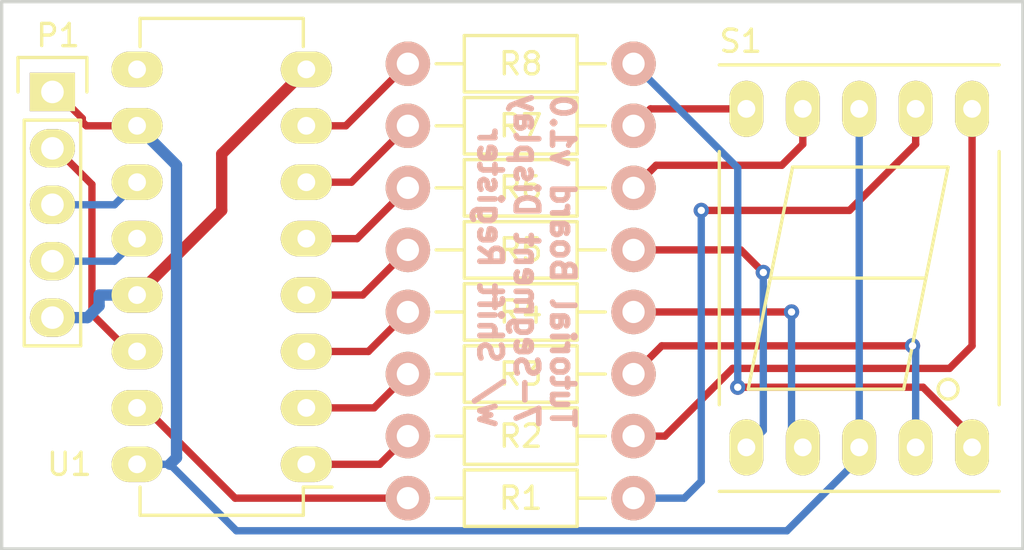
<source format=kicad_pcb>
(kicad_pcb (version 20171130) (host pcbnew "(5.1.12)-1")

  (general
    (thickness 1.6)
    (drawings 5)
    (tracks 85)
    (zones 0)
    (modules 11)
    (nets 23)
  )

  (page A4)
  (layers
    (0 F.Cu signal)
    (31 B.Cu signal)
    (34 B.Paste user)
    (35 F.Paste user)
    (36 B.SilkS user)
    (37 F.SilkS user)
    (38 B.Mask user)
    (39 F.Mask user)
    (41 Cmts.User user)
    (44 Edge.Cuts user)
  )

  (setup
    (last_trace_width 0.3302)
    (user_trace_width 0.1524)
    (user_trace_width 0.254)
    (user_trace_width 0.3302)
    (user_trace_width 0.508)
    (user_trace_width 0.762)
    (trace_clearance 0.254)
    (zone_clearance 0.508)
    (zone_45_only no)
    (trace_min 0.1524)
    (via_size 0.6858)
    (via_drill 0.3302)
    (via_min_size 0.6858)
    (via_min_drill 0.3302)
    (user_via 0.6858 0.3302)
    (user_via 0.7366 0.381)
    (user_via 0.8636 0.508)
    (uvia_size 0.762)
    (uvia_drill 0.508)
    (uvias_allowed no)
    (uvia_min_size 0)
    (uvia_min_drill 0)
    (edge_width 0.15)
    (segment_width 0.2)
    (pcb_text_width 0.3)
    (pcb_text_size 1.5 1.5)
    (mod_edge_width 0.15)
    (mod_text_size 1 1)
    (mod_text_width 0.15)
    (pad_size 1.524 1.524)
    (pad_drill 0.762)
    (pad_to_mask_clearance 0.2)
    (aux_axis_origin 0 0)
    (visible_elements 7FFFFFFF)
    (pcbplotparams
      (layerselection 0x010f0_80000001)
      (usegerberextensions true)
      (usegerberattributes true)
      (usegerberadvancedattributes true)
      (creategerberjobfile true)
      (excludeedgelayer true)
      (linewidth 0.100000)
      (plotframeref false)
      (viasonmask false)
      (mode 1)
      (useauxorigin false)
      (hpglpennumber 1)
      (hpglpenspeed 20)
      (hpglpendiameter 15.000000)
      (psnegative false)
      (psa4output false)
      (plotreference true)
      (plotvalue true)
      (plotinvisibletext false)
      (padsonsilk false)
      (subtractmaskfromsilk false)
      (outputformat 1)
      (mirror false)
      (drillshape 0)
      (scaleselection 1)
      (outputdirectory "gerbers/"))
  )

  (net 0 "")
  (net 1 VCC)
  (net 2 /LATCH)
  (net 3 /DATA)
  (net 4 /CLOCK)
  (net 5 GND)
  (net 6 /A)
  (net 7 /QA)
  (net 8 /B)
  (net 9 /QB)
  (net 10 /C)
  (net 11 /QC)
  (net 12 /D)
  (net 13 /QD)
  (net 14 /E)
  (net 15 /QE)
  (net 16 /F)
  (net 17 /QF)
  (net 18 /G)
  (net 19 /QG)
  (net 20 /H)
  (net 21 /QH)
  (net 22 "Net-(U1-Pad9)")

  (net_class Default "This is the default net class."
    (clearance 0.254)
    (trace_width 0.3302)
    (via_dia 0.6858)
    (via_drill 0.3302)
    (uvia_dia 0.762)
    (uvia_drill 0.508)
    (add_net /A)
    (add_net /B)
    (add_net /C)
    (add_net /CLOCK)
    (add_net /D)
    (add_net /DATA)
    (add_net /E)
    (add_net /F)
    (add_net /G)
    (add_net /H)
    (add_net /LATCH)
    (add_net /QA)
    (add_net /QB)
    (add_net /QC)
    (add_net /QD)
    (add_net /QE)
    (add_net /QF)
    (add_net /QG)
    (add_net /QH)
    (add_net "Net-(U1-Pad9)")
  )

  (net_class Power ""
    (clearance 0.3048)
    (trace_width 0.508)
    (via_dia 0.762)
    (via_drill 0.4064)
    (uvia_dia 0.762)
    (uvia_drill 0.508)
    (add_net GND)
    (add_net VCC)
  )

  (module Pin_Headers:Pin_Header_Straight_1x05 (layer F.Cu) (tedit 54EA0684) (tstamp 565E31A1)
    (at 155.448 117.348)
    (descr "Through hole pin header")
    (tags "pin header")
    (path /565E229A)
    (fp_text reference P1 (at 0.254 -2.54) (layer F.SilkS)
      (effects (font (size 1 1) (thickness 0.15)))
    )
    (fp_text value CONN_01X05 (at 0 -3.1) (layer F.Fab)
      (effects (font (size 1 1) (thickness 0.15)))
    )
    (fp_line (start 1.27 1.27) (end -1.27 1.27) (layer F.SilkS) (width 0.15))
    (fp_line (start -1.27 11.43) (end -1.27 1.27) (layer F.SilkS) (width 0.15))
    (fp_line (start 1.27 11.43) (end -1.27 11.43) (layer F.SilkS) (width 0.15))
    (fp_line (start 1.27 1.27) (end 1.27 11.43) (layer F.SilkS) (width 0.15))
    (fp_line (start -1.75 11.95) (end 1.75 11.95) (layer F.CrtYd) (width 0.05))
    (fp_line (start -1.75 -1.75) (end 1.75 -1.75) (layer F.CrtYd) (width 0.05))
    (fp_line (start 1.75 -1.75) (end 1.75 11.95) (layer F.CrtYd) (width 0.05))
    (fp_line (start -1.75 -1.75) (end -1.75 11.95) (layer F.CrtYd) (width 0.05))
    (fp_line (start 1.55 -1.55) (end 1.55 0) (layer F.SilkS) (width 0.15))
    (fp_line (start -1.55 -1.55) (end 1.55 -1.55) (layer F.SilkS) (width 0.15))
    (fp_line (start -1.55 0) (end -1.55 -1.55) (layer F.SilkS) (width 0.15))
    (pad 1 thru_hole rect (at 0 0) (size 2.032 1.7272) (drill 1.016) (layers *.Cu *.Mask F.SilkS)
      (net 1 VCC))
    (pad 2 thru_hole oval (at 0 2.54) (size 2.032 1.7272) (drill 1.016) (layers *.Cu *.Mask F.SilkS)
      (net 2 /LATCH))
    (pad 3 thru_hole oval (at 0 5.08) (size 2.032 1.7272) (drill 1.016) (layers *.Cu *.Mask F.SilkS)
      (net 3 /DATA))
    (pad 4 thru_hole oval (at 0 7.62) (size 2.032 1.7272) (drill 1.016) (layers *.Cu *.Mask F.SilkS)
      (net 4 /CLOCK))
    (pad 5 thru_hole oval (at 0 10.16) (size 2.032 1.7272) (drill 1.016) (layers *.Cu *.Mask F.SilkS)
      (net 5 GND))
    (model Pin_Headers.3dshapes/Pin_Header_Straight_1x05.wrl
      (offset (xyz 0 -5.079999923706055 0))
      (scale (xyz 1 1 1))
      (rotate (xyz 0 0 90))
    )
  )

  (module Resistors_ThroughHole:Resistor_Horizontal_RM10mm (layer F.Cu) (tedit 53F56209) (tstamp 565E31A7)
    (at 176.53 135.636 180)
    (descr "Resistor, Axial,  RM 10mm, 1/3W,")
    (tags "Resistor, Axial, RM 10mm, 1/3W,")
    (path /565E2758)
    (fp_text reference R1 (at 0 0 180) (layer F.SilkS)
      (effects (font (size 1 1) (thickness 0.15)))
    )
    (fp_text value 220 (at 3.81 3.81 180) (layer F.Fab)
      (effects (font (size 1 1) (thickness 0.15)))
    )
    (fp_line (start 2.54 0) (end 3.81 0) (layer F.SilkS) (width 0.15))
    (fp_line (start -2.54 0) (end -3.81 0) (layer F.SilkS) (width 0.15))
    (fp_line (start -2.54 1.27) (end -2.54 -1.27) (layer F.SilkS) (width 0.15))
    (fp_line (start 2.54 1.27) (end -2.54 1.27) (layer F.SilkS) (width 0.15))
    (fp_line (start 2.54 -1.27) (end 2.54 1.27) (layer F.SilkS) (width 0.15))
    (fp_line (start -2.54 -1.27) (end 2.54 -1.27) (layer F.SilkS) (width 0.15))
    (pad 1 thru_hole circle (at -5.08 0 180) (size 1.99898 1.99898) (drill 1.00076) (layers *.Cu *.SilkS *.Mask)
      (net 6 /A))
    (pad 2 thru_hole circle (at 5.08 0 180) (size 1.99898 1.99898) (drill 1.00076) (layers *.Cu *.SilkS *.Mask)
      (net 7 /QA))
    (model Resistors_ThroughHole.3dshapes/Resistor_Horizontal_RM10mm.wrl
      (at (xyz 0 0 0))
      (scale (xyz 0.4 0.4 0.4))
      (rotate (xyz 0 0 0))
    )
  )

  (module Resistors_ThroughHole:Resistor_Horizontal_RM10mm (layer F.Cu) (tedit 53F56209) (tstamp 565E31AD)
    (at 176.53 132.842 180)
    (descr "Resistor, Axial,  RM 10mm, 1/3W,")
    (tags "Resistor, Axial, RM 10mm, 1/3W,")
    (path /565E27FD)
    (fp_text reference R2 (at 0 0 180) (layer F.SilkS)
      (effects (font (size 1 1) (thickness 0.15)))
    )
    (fp_text value 220 (at 3.81 3.81 180) (layer F.Fab)
      (effects (font (size 1 1) (thickness 0.15)))
    )
    (fp_line (start 2.54 0) (end 3.81 0) (layer F.SilkS) (width 0.15))
    (fp_line (start -2.54 0) (end -3.81 0) (layer F.SilkS) (width 0.15))
    (fp_line (start -2.54 1.27) (end -2.54 -1.27) (layer F.SilkS) (width 0.15))
    (fp_line (start 2.54 1.27) (end -2.54 1.27) (layer F.SilkS) (width 0.15))
    (fp_line (start 2.54 -1.27) (end 2.54 1.27) (layer F.SilkS) (width 0.15))
    (fp_line (start -2.54 -1.27) (end 2.54 -1.27) (layer F.SilkS) (width 0.15))
    (pad 1 thru_hole circle (at -5.08 0 180) (size 1.99898 1.99898) (drill 1.00076) (layers *.Cu *.SilkS *.Mask)
      (net 8 /B))
    (pad 2 thru_hole circle (at 5.08 0 180) (size 1.99898 1.99898) (drill 1.00076) (layers *.Cu *.SilkS *.Mask)
      (net 9 /QB))
    (model Resistors_ThroughHole.3dshapes/Resistor_Horizontal_RM10mm.wrl
      (at (xyz 0 0 0))
      (scale (xyz 0.4 0.4 0.4))
      (rotate (xyz 0 0 0))
    )
  )

  (module Resistors_ThroughHole:Resistor_Horizontal_RM10mm (layer F.Cu) (tedit 53F56209) (tstamp 565E31B3)
    (at 176.53 130.048 180)
    (descr "Resistor, Axial,  RM 10mm, 1/3W,")
    (tags "Resistor, Axial, RM 10mm, 1/3W,")
    (path /565E282D)
    (fp_text reference R3 (at 0 0 180) (layer F.SilkS)
      (effects (font (size 1 1) (thickness 0.15)))
    )
    (fp_text value 220 (at 3.81 3.81 180) (layer F.Fab)
      (effects (font (size 1 1) (thickness 0.15)))
    )
    (fp_line (start 2.54 0) (end 3.81 0) (layer F.SilkS) (width 0.15))
    (fp_line (start -2.54 0) (end -3.81 0) (layer F.SilkS) (width 0.15))
    (fp_line (start -2.54 1.27) (end -2.54 -1.27) (layer F.SilkS) (width 0.15))
    (fp_line (start 2.54 1.27) (end -2.54 1.27) (layer F.SilkS) (width 0.15))
    (fp_line (start 2.54 -1.27) (end 2.54 1.27) (layer F.SilkS) (width 0.15))
    (fp_line (start -2.54 -1.27) (end 2.54 -1.27) (layer F.SilkS) (width 0.15))
    (pad 1 thru_hole circle (at -5.08 0 180) (size 1.99898 1.99898) (drill 1.00076) (layers *.Cu *.SilkS *.Mask)
      (net 10 /C))
    (pad 2 thru_hole circle (at 5.08 0 180) (size 1.99898 1.99898) (drill 1.00076) (layers *.Cu *.SilkS *.Mask)
      (net 11 /QC))
    (model Resistors_ThroughHole.3dshapes/Resistor_Horizontal_RM10mm.wrl
      (at (xyz 0 0 0))
      (scale (xyz 0.4 0.4 0.4))
      (rotate (xyz 0 0 0))
    )
  )

  (module Resistors_ThroughHole:Resistor_Horizontal_RM10mm (layer F.Cu) (tedit 53F56209) (tstamp 565E31B9)
    (at 176.53 127.254 180)
    (descr "Resistor, Axial,  RM 10mm, 1/3W,")
    (tags "Resistor, Axial, RM 10mm, 1/3W,")
    (path /565E2863)
    (fp_text reference R4 (at 0 0 180) (layer F.SilkS)
      (effects (font (size 1 1) (thickness 0.15)))
    )
    (fp_text value 220 (at 3.81 3.81 180) (layer F.Fab)
      (effects (font (size 1 1) (thickness 0.15)))
    )
    (fp_line (start 2.54 0) (end 3.81 0) (layer F.SilkS) (width 0.15))
    (fp_line (start -2.54 0) (end -3.81 0) (layer F.SilkS) (width 0.15))
    (fp_line (start -2.54 1.27) (end -2.54 -1.27) (layer F.SilkS) (width 0.15))
    (fp_line (start 2.54 1.27) (end -2.54 1.27) (layer F.SilkS) (width 0.15))
    (fp_line (start 2.54 -1.27) (end 2.54 1.27) (layer F.SilkS) (width 0.15))
    (fp_line (start -2.54 -1.27) (end 2.54 -1.27) (layer F.SilkS) (width 0.15))
    (pad 1 thru_hole circle (at -5.08 0 180) (size 1.99898 1.99898) (drill 1.00076) (layers *.Cu *.SilkS *.Mask)
      (net 12 /D))
    (pad 2 thru_hole circle (at 5.08 0 180) (size 1.99898 1.99898) (drill 1.00076) (layers *.Cu *.SilkS *.Mask)
      (net 13 /QD))
    (model Resistors_ThroughHole.3dshapes/Resistor_Horizontal_RM10mm.wrl
      (at (xyz 0 0 0))
      (scale (xyz 0.4 0.4 0.4))
      (rotate (xyz 0 0 0))
    )
  )

  (module Resistors_ThroughHole:Resistor_Horizontal_RM10mm (layer F.Cu) (tedit 53F56209) (tstamp 565E31BF)
    (at 176.53 124.46 180)
    (descr "Resistor, Axial,  RM 10mm, 1/3W,")
    (tags "Resistor, Axial, RM 10mm, 1/3W,")
    (path /565E28A0)
    (fp_text reference R5 (at 0 0 180) (layer F.SilkS)
      (effects (font (size 1 1) (thickness 0.15)))
    )
    (fp_text value 220 (at 3.81 3.81 180) (layer F.Fab)
      (effects (font (size 1 1) (thickness 0.15)))
    )
    (fp_line (start 2.54 0) (end 3.81 0) (layer F.SilkS) (width 0.15))
    (fp_line (start -2.54 0) (end -3.81 0) (layer F.SilkS) (width 0.15))
    (fp_line (start -2.54 1.27) (end -2.54 -1.27) (layer F.SilkS) (width 0.15))
    (fp_line (start 2.54 1.27) (end -2.54 1.27) (layer F.SilkS) (width 0.15))
    (fp_line (start 2.54 -1.27) (end 2.54 1.27) (layer F.SilkS) (width 0.15))
    (fp_line (start -2.54 -1.27) (end 2.54 -1.27) (layer F.SilkS) (width 0.15))
    (pad 1 thru_hole circle (at -5.08 0 180) (size 1.99898 1.99898) (drill 1.00076) (layers *.Cu *.SilkS *.Mask)
      (net 14 /E))
    (pad 2 thru_hole circle (at 5.08 0 180) (size 1.99898 1.99898) (drill 1.00076) (layers *.Cu *.SilkS *.Mask)
      (net 15 /QE))
    (model Resistors_ThroughHole.3dshapes/Resistor_Horizontal_RM10mm.wrl
      (at (xyz 0 0 0))
      (scale (xyz 0.4 0.4 0.4))
      (rotate (xyz 0 0 0))
    )
  )

  (module Resistors_ThroughHole:Resistor_Horizontal_RM10mm (layer F.Cu) (tedit 53F56209) (tstamp 565E31C5)
    (at 176.53 121.666 180)
    (descr "Resistor, Axial,  RM 10mm, 1/3W,")
    (tags "Resistor, Axial, RM 10mm, 1/3W,")
    (path /565E28D8)
    (fp_text reference R6 (at 0 0 180) (layer F.SilkS)
      (effects (font (size 1 1) (thickness 0.15)))
    )
    (fp_text value 220 (at 3.81 3.81 180) (layer F.Fab)
      (effects (font (size 1 1) (thickness 0.15)))
    )
    (fp_line (start 2.54 0) (end 3.81 0) (layer F.SilkS) (width 0.15))
    (fp_line (start -2.54 0) (end -3.81 0) (layer F.SilkS) (width 0.15))
    (fp_line (start -2.54 1.27) (end -2.54 -1.27) (layer F.SilkS) (width 0.15))
    (fp_line (start 2.54 1.27) (end -2.54 1.27) (layer F.SilkS) (width 0.15))
    (fp_line (start 2.54 -1.27) (end 2.54 1.27) (layer F.SilkS) (width 0.15))
    (fp_line (start -2.54 -1.27) (end 2.54 -1.27) (layer F.SilkS) (width 0.15))
    (pad 1 thru_hole circle (at -5.08 0 180) (size 1.99898 1.99898) (drill 1.00076) (layers *.Cu *.SilkS *.Mask)
      (net 16 /F))
    (pad 2 thru_hole circle (at 5.08 0 180) (size 1.99898 1.99898) (drill 1.00076) (layers *.Cu *.SilkS *.Mask)
      (net 17 /QF))
    (model Resistors_ThroughHole.3dshapes/Resistor_Horizontal_RM10mm.wrl
      (at (xyz 0 0 0))
      (scale (xyz 0.4 0.4 0.4))
      (rotate (xyz 0 0 0))
    )
  )

  (module Resistors_ThroughHole:Resistor_Horizontal_RM10mm (layer F.Cu) (tedit 53F56209) (tstamp 565E31CB)
    (at 176.53 118.872 180)
    (descr "Resistor, Axial,  RM 10mm, 1/3W,")
    (tags "Resistor, Axial, RM 10mm, 1/3W,")
    (path /565E290B)
    (fp_text reference R7 (at 0 0 180) (layer F.SilkS)
      (effects (font (size 1 1) (thickness 0.15)))
    )
    (fp_text value 220 (at 3.81 3.81 180) (layer F.Fab)
      (effects (font (size 1 1) (thickness 0.15)))
    )
    (fp_line (start 2.54 0) (end 3.81 0) (layer F.SilkS) (width 0.15))
    (fp_line (start -2.54 0) (end -3.81 0) (layer F.SilkS) (width 0.15))
    (fp_line (start -2.54 1.27) (end -2.54 -1.27) (layer F.SilkS) (width 0.15))
    (fp_line (start 2.54 1.27) (end -2.54 1.27) (layer F.SilkS) (width 0.15))
    (fp_line (start 2.54 -1.27) (end 2.54 1.27) (layer F.SilkS) (width 0.15))
    (fp_line (start -2.54 -1.27) (end 2.54 -1.27) (layer F.SilkS) (width 0.15))
    (pad 1 thru_hole circle (at -5.08 0 180) (size 1.99898 1.99898) (drill 1.00076) (layers *.Cu *.SilkS *.Mask)
      (net 18 /G))
    (pad 2 thru_hole circle (at 5.08 0 180) (size 1.99898 1.99898) (drill 1.00076) (layers *.Cu *.SilkS *.Mask)
      (net 19 /QG))
    (model Resistors_ThroughHole.3dshapes/Resistor_Horizontal_RM10mm.wrl
      (at (xyz 0 0 0))
      (scale (xyz 0.4 0.4 0.4))
      (rotate (xyz 0 0 0))
    )
  )

  (module Resistors_ThroughHole:Resistor_Horizontal_RM10mm (layer F.Cu) (tedit 53F56209) (tstamp 565E31D1)
    (at 176.53 116.078 180)
    (descr "Resistor, Axial,  RM 10mm, 1/3W,")
    (tags "Resistor, Axial, RM 10mm, 1/3W,")
    (path /565E44EE)
    (fp_text reference R8 (at 0 0 180) (layer F.SilkS)
      (effects (font (size 1 1) (thickness 0.15)))
    )
    (fp_text value 220 (at 3.81 3.81 180) (layer F.Fab)
      (effects (font (size 1 1) (thickness 0.15)))
    )
    (fp_line (start 2.54 0) (end 3.81 0) (layer F.SilkS) (width 0.15))
    (fp_line (start -2.54 0) (end -3.81 0) (layer F.SilkS) (width 0.15))
    (fp_line (start -2.54 1.27) (end -2.54 -1.27) (layer F.SilkS) (width 0.15))
    (fp_line (start 2.54 1.27) (end -2.54 1.27) (layer F.SilkS) (width 0.15))
    (fp_line (start 2.54 -1.27) (end 2.54 1.27) (layer F.SilkS) (width 0.15))
    (fp_line (start -2.54 -1.27) (end 2.54 -1.27) (layer F.SilkS) (width 0.15))
    (pad 1 thru_hole circle (at -5.08 0 180) (size 1.99898 1.99898) (drill 1.00076) (layers *.Cu *.SilkS *.Mask)
      (net 20 /H))
    (pad 2 thru_hole circle (at 5.08 0 180) (size 1.99898 1.99898) (drill 1.00076) (layers *.Cu *.SilkS *.Mask)
      (net 21 /QH))
    (model Resistors_ThroughHole.3dshapes/Resistor_Horizontal_RM10mm.wrl
      (at (xyz 0 0 0))
      (scale (xyz 0.4 0.4 0.4))
      (rotate (xyz 0 0 0))
    )
  )

  (module Displays_7-Segment:7SegmentLED_LTS6760_LTS6780 (layer F.Cu) (tedit 0) (tstamp 565E31DF)
    (at 191.77 125.73)
    (path /565E257C)
    (fp_text reference S1 (at -5.334 -10.668) (layer F.SilkS)
      (effects (font (size 1 1) (thickness 0.15)))
    )
    (fp_text value 7SEGM (at -0.4 12) (layer F.Fab)
      (effects (font (size 1 1) (thickness 0.15)))
    )
    (fp_line (start -6.3 -9.6) (end 6.3 -9.6) (layer F.SilkS) (width 0.15))
    (fp_line (start 6.3 -5.7) (end 6.3 5.7) (layer F.SilkS) (width 0.15))
    (fp_line (start -6.3 -5.7) (end -6.3 5.7) (layer F.SilkS) (width 0.15))
    (fp_line (start 6.3 9.6) (end -6.3 9.6) (layer F.SilkS) (width 0.15))
    (fp_line (start -3 -5) (end 4 -5) (layer F.SilkS) (width 0.15))
    (fp_line (start 3 0) (end -4 0) (layer F.SilkS) (width 0.15))
    (fp_line (start 4 -5) (end 3 0) (layer F.SilkS) (width 0.15))
    (fp_line (start 2 5) (end 3 0) (layer F.SilkS) (width 0.15))
    (fp_line (start -5 5) (end 2 5) (layer F.SilkS) (width 0.15))
    (fp_line (start -4 0) (end -5 5) (layer F.SilkS) (width 0.15))
    (fp_line (start -3 -5) (end -4 0) (layer F.SilkS) (width 0.15))
    (fp_circle (center 4 5) (end 4.4 5.2) (layer F.SilkS) (width 0.15))
    (pad 1 thru_hole oval (at -5.08 7.62) (size 1.524 2.524) (drill 0.8) (layers *.Cu *.Mask F.SilkS)
      (net 14 /E))
    (pad 2 thru_hole oval (at -2.54 7.62) (size 1.524 2.524) (drill 0.8) (layers *.Cu *.Mask F.SilkS)
      (net 12 /D))
    (pad 3 thru_hole oval (at 0 7.62) (size 1.524 2.524) (drill 0.8) (layers *.Cu *.Mask F.SilkS)
      (net 1 VCC))
    (pad 4 thru_hole oval (at 2.54 7.62) (size 1.524 2.524) (drill 0.8) (layers *.Cu *.Mask F.SilkS)
      (net 10 /C))
    (pad 5 thru_hole oval (at 5.08 7.62) (size 1.524 2.524) (drill 0.8) (layers *.Cu *.Mask F.SilkS)
      (net 20 /H))
    (pad 6 thru_hole oval (at 5.08 -7.62) (size 1.524 2.524) (drill 0.8) (layers *.Cu *.Mask F.SilkS)
      (net 8 /B))
    (pad 7 thru_hole oval (at 2.54 -7.62) (size 1.524 2.524) (drill 0.8) (layers *.Cu *.Mask F.SilkS)
      (net 6 /A))
    (pad 8 thru_hole oval (at 0 -7.62) (size 1.524 2.524) (drill 0.8) (layers *.Cu *.Mask F.SilkS)
      (net 1 VCC))
    (pad 9 thru_hole oval (at -2.54 -7.62) (size 1.524 2.524) (drill 0.8) (layers *.Cu *.Mask F.SilkS)
      (net 16 /F))
    (pad 10 thru_hole oval (at -5.08 -7.62) (size 1.524 2.524) (drill 0.8) (layers *.Cu *.Mask F.SilkS)
      (net 18 /G))
    (model Displays_7-Segment.3dshapes/7SegmentLED_LTS6760_LTS6780.wrl
      (at (xyz 0 0 0))
      (scale (xyz 0.3937 0.3937 0.3937))
      (rotate (xyz 0 0 0))
    )
  )

  (module Housings_DIP:DIP-16_W7.62mm_LongPads (layer F.Cu) (tedit 54130A77) (tstamp 565E31F3)
    (at 166.878 134.112 180)
    (descr "16-lead dip package, row spacing 7.62 mm (300 mils), longer pads")
    (tags "dil dip 2.54 300")
    (path /565E265F)
    (fp_text reference U1 (at 10.668 0 180) (layer F.SilkS)
      (effects (font (size 1 1) (thickness 0.15)))
    )
    (fp_text value 74HC595 (at 0 -3.72 180) (layer F.Fab)
      (effects (font (size 1 1) (thickness 0.15)))
    )
    (fp_line (start 0.135 -1.025) (end -1.15 -1.025) (layer F.SilkS) (width 0.15))
    (fp_line (start 0.135 20.075) (end 7.485 20.075) (layer F.SilkS) (width 0.15))
    (fp_line (start 0.135 -2.295) (end 7.485 -2.295) (layer F.SilkS) (width 0.15))
    (fp_line (start 0.135 20.075) (end 0.135 18.805) (layer F.SilkS) (width 0.15))
    (fp_line (start 7.485 20.075) (end 7.485 18.805) (layer F.SilkS) (width 0.15))
    (fp_line (start 7.485 -2.295) (end 7.485 -1.025) (layer F.SilkS) (width 0.15))
    (fp_line (start 0.135 -2.295) (end 0.135 -1.025) (layer F.SilkS) (width 0.15))
    (fp_line (start -1.4 20.25) (end 9 20.25) (layer F.CrtYd) (width 0.05))
    (fp_line (start -1.4 -2.45) (end 9 -2.45) (layer F.CrtYd) (width 0.05))
    (fp_line (start 9 -2.45) (end 9 20.25) (layer F.CrtYd) (width 0.05))
    (fp_line (start -1.4 -2.45) (end -1.4 20.25) (layer F.CrtYd) (width 0.05))
    (pad 1 thru_hole oval (at 0 0 180) (size 2.3 1.6) (drill 0.8) (layers *.Cu *.Mask F.SilkS)
      (net 9 /QB))
    (pad 2 thru_hole oval (at 0 2.54 180) (size 2.3 1.6) (drill 0.8) (layers *.Cu *.Mask F.SilkS)
      (net 11 /QC))
    (pad 3 thru_hole oval (at 0 5.08 180) (size 2.3 1.6) (drill 0.8) (layers *.Cu *.Mask F.SilkS)
      (net 13 /QD))
    (pad 4 thru_hole oval (at 0 7.62 180) (size 2.3 1.6) (drill 0.8) (layers *.Cu *.Mask F.SilkS)
      (net 15 /QE))
    (pad 5 thru_hole oval (at 0 10.16 180) (size 2.3 1.6) (drill 0.8) (layers *.Cu *.Mask F.SilkS)
      (net 17 /QF))
    (pad 6 thru_hole oval (at 0 12.7 180) (size 2.3 1.6) (drill 0.8) (layers *.Cu *.Mask F.SilkS)
      (net 19 /QG))
    (pad 7 thru_hole oval (at 0 15.24 180) (size 2.3 1.6) (drill 0.8) (layers *.Cu *.Mask F.SilkS)
      (net 21 /QH))
    (pad 8 thru_hole oval (at 0 17.78 180) (size 2.3 1.6) (drill 0.8) (layers *.Cu *.Mask F.SilkS)
      (net 5 GND))
    (pad 9 thru_hole oval (at 7.62 17.78 180) (size 2.3 1.6) (drill 0.8) (layers *.Cu *.Mask F.SilkS)
      (net 22 "Net-(U1-Pad9)"))
    (pad 10 thru_hole oval (at 7.62 15.24 180) (size 2.3 1.6) (drill 0.8) (layers *.Cu *.Mask F.SilkS)
      (net 1 VCC))
    (pad 11 thru_hole oval (at 7.62 12.7 180) (size 2.3 1.6) (drill 0.8) (layers *.Cu *.Mask F.SilkS)
      (net 3 /DATA))
    (pad 12 thru_hole oval (at 7.62 10.16 180) (size 2.3 1.6) (drill 0.8) (layers *.Cu *.Mask F.SilkS)
      (net 4 /CLOCK))
    (pad 13 thru_hole oval (at 7.62 7.62 180) (size 2.3 1.6) (drill 0.8) (layers *.Cu *.Mask F.SilkS)
      (net 5 GND))
    (pad 14 thru_hole oval (at 7.62 5.08 180) (size 2.3 1.6) (drill 0.8) (layers *.Cu *.Mask F.SilkS)
      (net 2 /LATCH))
    (pad 15 thru_hole oval (at 7.62 2.54 180) (size 2.3 1.6) (drill 0.8) (layers *.Cu *.Mask F.SilkS)
      (net 7 /QA))
    (pad 16 thru_hole oval (at 7.62 0 180) (size 2.3 1.6) (drill 0.8) (layers *.Cu *.Mask F.SilkS)
      (net 1 VCC))
    (model Housings_DIP.3dshapes/DIP-16_W7.62mm_LongPads.wrl
      (at (xyz 0 0 0))
      (scale (xyz 1 1 1))
      (rotate (xyz 0 0 0))
    )
  )

  (gr_text "Tutorial Board v1.0\n7-Segment Display \nw/ Shift Register" (at 176.784 132.588 270) (layer B.SilkS)
    (effects (font (size 1.016 1.016) (thickness 0.254)) (justify left mirror))
  )
  (gr_line (start 199.136 137.922) (end 199.136 113.284) (angle 90) (layer Edge.Cuts) (width 0.15))
  (gr_line (start 153.162 137.922) (end 199.136 137.922) (angle 90) (layer Edge.Cuts) (width 0.15))
  (gr_line (start 153.162 113.284) (end 153.162 137.922) (angle 90) (layer Edge.Cuts) (width 0.15))
  (gr_line (start 199.136 113.284) (end 153.162 113.284) (angle 90) (layer Edge.Cuts) (width 0.15))

  (segment (start 160.738 134.112) (end 163.732 137.105) (width 0.3302) (layer B.Cu) (net 1))
  (segment (start 163.732 137.105) (end 188.515 137.105) (width 0.3302) (layer B.Cu) (net 1))
  (segment (start 188.515 137.105) (end 191.77 133.85) (width 0.3302) (layer B.Cu) (net 1))
  (segment (start 191.77 133.85) (end 191.77 133.35) (width 0.3302) (layer B.Cu) (net 1))
  (segment (start 159.258 134.112) (end 160.738 134.112) (width 0.3302) (layer B.Cu) (net 1))
  (segment (start 159.258 118.872) (end 161.0332 120.6472) (width 0.508) (layer B.Cu) (net 1))
  (segment (start 161.0332 120.6472) (end 161.0332 133.8168) (width 0.508) (layer B.Cu) (net 1))
  (segment (start 161.0332 133.8168) (end 160.738 134.112) (width 0.508) (layer B.Cu) (net 1))
  (segment (start 159.258 118.872) (end 156.972 118.872) (width 0.3302) (layer F.Cu) (net 1))
  (segment (start 156.972 118.872) (end 156.794 118.694) (width 0.3302) (layer F.Cu) (net 1))
  (segment (start 156.794 118.694) (end 156.794 118.542) (width 0.3302) (layer F.Cu) (net 1))
  (segment (start 156.794 118.542) (end 155.6 117.348) (width 0.3302) (layer F.Cu) (net 1))
  (segment (start 155.6 117.348) (end 155.448 117.348) (width 0.3302) (layer F.Cu) (net 1))
  (segment (start 191.77 133.35) (end 191.77 118.11) (width 0.3302) (layer B.Cu) (net 1))
  (segment (start 155.448 119.888) (end 155.6 119.888) (width 0.3302) (layer F.Cu) (net 2))
  (segment (start 155.6 119.888) (end 157.226 121.514) (width 0.3302) (layer F.Cu) (net 2))
  (segment (start 157.226 121.514) (end 157.226 127.35) (width 0.3302) (layer F.Cu) (net 2))
  (segment (start 157.226 127.35) (end 158.908 129.032) (width 0.3302) (layer F.Cu) (net 2))
  (segment (start 158.908 129.032) (end 159.258 129.032) (width 0.3302) (layer F.Cu) (net 2))
  (segment (start 155.448 122.428) (end 158.242 122.428) (width 0.3302) (layer B.Cu) (net 3))
  (segment (start 158.242 122.428) (end 159.258 121.412) (width 0.3302) (layer B.Cu) (net 3))
  (segment (start 155.448 124.968) (end 158.242 124.968) (width 0.3302) (layer B.Cu) (net 4))
  (segment (start 158.242 124.968) (end 159.258 123.952) (width 0.3302) (layer B.Cu) (net 4))
  (segment (start 166.878 116.332) (end 163.068 120.142) (width 0.508) (layer F.Cu) (net 5))
  (segment (start 163.068 120.142) (end 163.068 122.682) (width 0.508) (layer F.Cu) (net 5))
  (segment (start 163.068 122.682) (end 159.258 126.492) (width 0.508) (layer F.Cu) (net 5))
  (segment (start 159.258 126.492) (end 157.5491 126.492) (width 0.508) (layer B.Cu) (net 5))
  (segment (start 155.448 127.508) (end 157.0229 127.508) (width 0.508) (layer B.Cu) (net 5))
  (segment (start 157.5491 126.492) (end 157.5491 126.9818) (width 0.508) (layer B.Cu) (net 5))
  (segment (start 157.5491 126.9818) (end 157.0229 127.508) (width 0.508) (layer B.Cu) (net 5))
  (segment (start 194.31 118.11) (end 194.31 119.702) (width 0.3302) (layer F.Cu) (net 6))
  (segment (start 194.31 119.702) (end 191.33 122.682) (width 0.3302) (layer F.Cu) (net 6))
  (segment (start 191.33 122.682) (end 184.658 122.682) (width 0.3302) (layer F.Cu) (net 6))
  (segment (start 184.658 122.682) (end 184.658 134.874) (width 0.3302) (layer B.Cu) (net 6))
  (segment (start 184.658 134.874) (end 183.896 135.636) (width 0.3302) (layer B.Cu) (net 6))
  (segment (start 183.896 135.636) (end 181.61 135.636) (width 0.3302) (layer B.Cu) (net 6))
  (via (at 184.658 122.682) (size 0.6858) (layers F.Cu B.Cu) (net 6))
  (segment (start 171.45 135.636) (end 163.672 135.636) (width 0.3302) (layer F.Cu) (net 7))
  (segment (start 163.672 135.636) (end 159.608 131.572) (width 0.3302) (layer F.Cu) (net 7))
  (segment (start 159.608 131.572) (end 159.258 131.572) (width 0.3302) (layer F.Cu) (net 7))
  (segment (start 181.61 132.842) (end 183.023 132.842) (width 0.3302) (layer F.Cu) (net 8))
  (segment (start 183.023 132.842) (end 186.071 129.794) (width 0.3302) (layer F.Cu) (net 8))
  (segment (start 186.071 129.794) (end 195.834 129.794) (width 0.3302) (layer F.Cu) (net 8))
  (segment (start 195.834 129.794) (end 196.85 128.778) (width 0.3302) (layer F.Cu) (net 8))
  (segment (start 196.85 128.778) (end 196.85 118.11) (width 0.3302) (layer F.Cu) (net 8))
  (segment (start 166.878 134.112) (end 170.18 134.112) (width 0.3302) (layer F.Cu) (net 9))
  (segment (start 170.18 134.112) (end 171.45 132.842) (width 0.3302) (layer F.Cu) (net 9))
  (segment (start 181.61 130.048) (end 182.88 128.778) (width 0.3302) (layer F.Cu) (net 10))
  (segment (start 182.88 128.778) (end 194.17 128.778) (width 0.3302) (layer F.Cu) (net 10))
  (segment (start 194.31 133.35) (end 194.31 128.918) (width 0.3302) (layer B.Cu) (net 10))
  (segment (start 194.31 128.918) (end 194.17 128.778) (width 0.3302) (layer B.Cu) (net 10))
  (via (at 194.17 128.778) (size 0.6858) (layers F.Cu B.Cu) (net 10))
  (segment (start 166.878 131.572) (end 169.926 131.572) (width 0.3302) (layer F.Cu) (net 11))
  (segment (start 169.926 131.572) (end 171.45 130.048) (width 0.3302) (layer F.Cu) (net 11))
  (segment (start 181.61 127.254) (end 188.722 127.254) (width 0.3302) (layer F.Cu) (net 12))
  (segment (start 188.722 127.254) (end 188.722 132.842) (width 0.3302) (layer B.Cu) (net 12))
  (segment (start 188.722 132.842) (end 189.23 133.35) (width 0.3302) (layer B.Cu) (net 12))
  (via (at 188.722 127.254) (size 0.6858) (layers F.Cu B.Cu) (net 12))
  (segment (start 166.878 129.032) (end 169.672 129.032) (width 0.3302) (layer F.Cu) (net 13))
  (segment (start 169.672 129.032) (end 171.45 127.254) (width 0.3302) (layer F.Cu) (net 13))
  (segment (start 181.61 124.46) (end 186.436 124.46) (width 0.3302) (layer F.Cu) (net 14))
  (segment (start 186.436 124.46) (end 187.452 125.476) (width 0.3302) (layer F.Cu) (net 14))
  (segment (start 187.452 125.476) (end 187.452 132.588) (width 0.3302) (layer B.Cu) (net 14))
  (segment (start 187.452 132.588) (end 186.69 133.35) (width 0.3302) (layer B.Cu) (net 14))
  (via (at 187.452 125.476) (size 0.6858) (layers F.Cu B.Cu) (net 14))
  (segment (start 166.878 126.492) (end 169.418 126.492) (width 0.3302) (layer F.Cu) (net 15))
  (segment (start 169.418 126.492) (end 171.45 124.46) (width 0.3302) (layer F.Cu) (net 15))
  (segment (start 189.23 118.11) (end 189.23 119.702) (width 0.3302) (layer F.Cu) (net 16))
  (segment (start 189.23 119.702) (end 188.282 120.65) (width 0.3302) (layer F.Cu) (net 16))
  (segment (start 188.282 120.65) (end 182.626 120.65) (width 0.3302) (layer F.Cu) (net 16))
  (segment (start 182.626 120.65) (end 181.61 121.666) (width 0.3302) (layer F.Cu) (net 16))
  (segment (start 166.878 123.952) (end 169.164 123.952) (width 0.3302) (layer F.Cu) (net 17))
  (segment (start 169.164 123.952) (end 171.45 121.666) (width 0.3302) (layer F.Cu) (net 17))
  (segment (start 186.69 118.11) (end 182.372 118.11) (width 0.3302) (layer F.Cu) (net 18))
  (segment (start 182.372 118.11) (end 181.61 118.872) (width 0.3302) (layer F.Cu) (net 18))
  (segment (start 166.878 121.412) (end 168.91 121.412) (width 0.3302) (layer F.Cu) (net 19))
  (segment (start 168.91 121.412) (end 171.45 118.872) (width 0.3302) (layer F.Cu) (net 19))
  (segment (start 196.85 133.35) (end 196.85 132.85) (width 0.3302) (layer F.Cu) (net 20))
  (segment (start 196.85 132.85) (end 194.643 130.643) (width 0.3302) (layer F.Cu) (net 20))
  (segment (start 194.643 130.643) (end 186.3 130.643) (width 0.3302) (layer F.Cu) (net 20))
  (segment (start 181.61 116.078) (end 186.3 120.768) (width 0.3302) (layer B.Cu) (net 20))
  (segment (start 186.3 120.768) (end 186.3 130.643) (width 0.3302) (layer B.Cu) (net 20))
  (via (at 186.3 130.643) (size 0.6858) (layers F.Cu B.Cu) (net 20))
  (segment (start 166.878 118.872) (end 168.656 118.872) (width 0.3302) (layer F.Cu) (net 21))
  (segment (start 168.656 118.872) (end 171.45 116.078) (width 0.3302) (layer F.Cu) (net 21))

)

</source>
